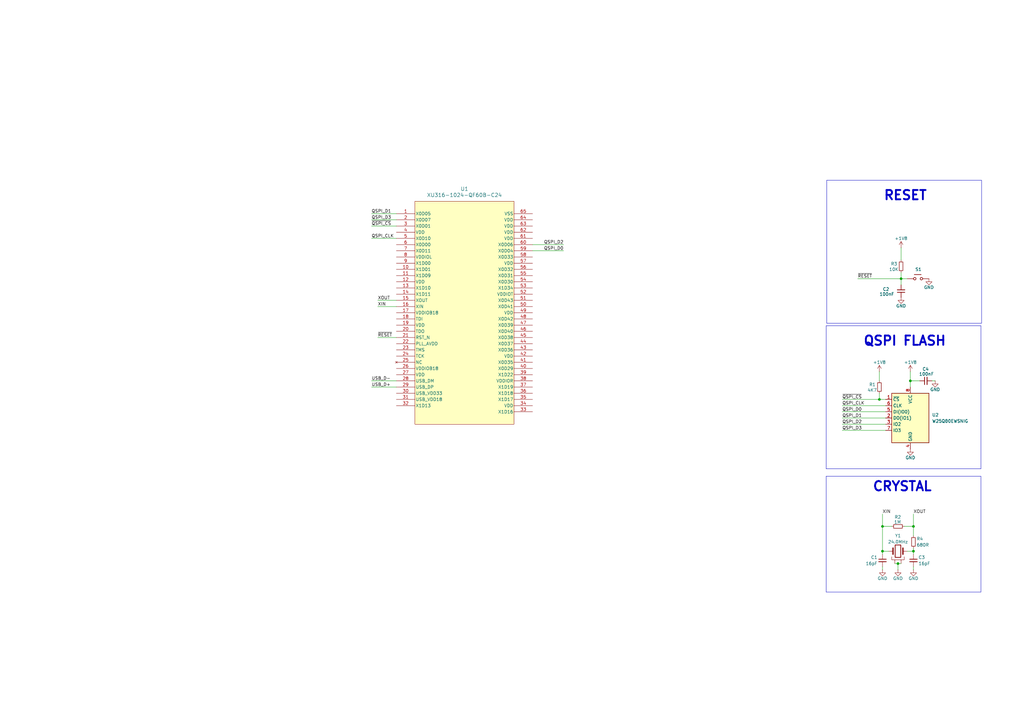
<source format=kicad_sch>
(kicad_sch (version 20231120) (generator "eeschema") (generator_version "8.0")
  (paper "A3")
  (lib_symbols
    (symbol "Device:C_Small" (pin_numbers hide) (pin_names (offset 0.254) hide)
      (property "Reference" "C" (at 0.254 1.778 0))
      (property "Value" "C_Small" (at 0.254 -2.032 0))
      (symbol "C_Small_0_1"
        (polyline (pts (xy -1.524 -0.508) (xy 1.524 -0.508)) (stroke (width 0.3302)))
        (polyline (pts (xy -1.524 0.508) (xy 1.524 0.508)) (stroke (width 0.3048)))
      )
      (symbol "C_Small_1_1"
        (pin passive line (at 0 2.54 270) (length 2.032) (name "~") (number "1"))
        (pin passive line (at 0 -2.54 90) (length 2.032) (name "~") (number "2"))
      )
    )
    (symbol "Device:Crystal_GND23" (pin_numbers hide) (pin_names (offset 1.016) hide)
      (property "Reference" "Y1" (at 7.366 5.588 0))
      (property "Value" "24.0MHz" (at 7.366 3.048 0))
      (symbol "Crystal_GND23_0_1"
        (rectangle (start -1.143 2.54) (end 1.143 -2.54) (stroke (width 0.3048)))
        (polyline (pts (xy -2.54 0) (xy -2.032 0)))
        (polyline (pts (xy -2.032 -1.27) (xy -2.032 1.27)) (stroke (width 0.508)))
        (polyline (pts (xy -1.268 -3.8575) (xy -1.268 -3.6035)))
        (polyline (pts (xy 1.268 -3.8423) (xy 1.268 -3.5883)))
        (polyline (pts (xy 2.032 -1.27) (xy 2.032 1.27)) (stroke (width 0.508)))
        (polyline (pts (xy 2.032 0) (xy 2.54 0)))
        (polyline (pts (xy -2.54 -2.286) (xy -2.54 -3.556) (xy 2.54 -3.556) (xy 2.54 -2.286)))
      )
      (symbol "Crystal_GND23_1_1"
        (pin passive line (at -3.81 0 0) (length 1.27) (name "1") (number "1"))
        (pin passive line (at -1.27 -5.08 90) (length 1.27) (name "2") (number "2"))
        (pin passive line (at 1.27 -5.08 90) (length 1.27) (name "3") (number "3"))
        (pin passive line (at 3.81 0 180) (length 1.27) (name "4") (number "4"))
      )
    )
    (symbol "Device:R_Small" (pin_numbers hide) (pin_names (offset 0.254) hide)
      (property "Reference" "R" (at 0.762 0.508 0))
      (property "Value" "R_Small" (at 0.762 -1.016 0))
      (symbol "R_Small_0_1"
        (rectangle (start -0.762 1.778) (end 0.762 -1.778) (stroke (width 0.2032)))
      )
      (symbol "R_Small_1_1"
        (pin passive line (at 0 2.54 270) (length 0.762) (name "~") (number "1"))
        (pin passive line (at 0 -2.54 90) (length 0.762) (name "~") (number "2"))
      )
    )
    (symbol "Memory_Flash:W25Q16JVSS"
      (property "Reference" "U" (at -6.35 11.43 0))
      (property "Value" "W25Q16JVSS" (at 7.62 11.43 0))
      (symbol "W25Q16JVSS_0_1"
        (rectangle (start -7.62 10.16) (end 7.62 -10.16) (stroke (width 0.254)) (fill (type background)))
      )
      (symbol "W25Q16JVSS_1_1"
        (pin input line (at -10.16 7.62 0) (length 2.54) (name "~{CS}") (number "1"))
        (pin bidirectional line (at -10.16 0 0) (length 2.54) (name "DO(IO1)") (number "2"))
        (pin bidirectional line (at -10.16 -2.54 0) (length 2.54) (name "IO2") (number "3"))
        (pin power_in line (at 0 -12.7 90) (length 2.54) (name "GND") (number "4"))
        (pin bidirectional line (at -10.16 2.54 0) (length 2.54) (name "DI(IO0)") (number "5"))
        (pin input line (at -10.16 5.08 0) (length 2.54) (name "CLK") (number "6"))
        (pin bidirectional line (at -10.16 -5.08 0) (length 2.54) (name "IO3") (number "7"))
        (pin power_in line (at 0 12.7 270) (length 2.54) (name "VCC") (number "8"))
      )
    )
    (symbol "ichos:430481031816" (pin_numbers hide) (pin_names (offset 1.016))
      (property "Reference" "S" (at -0.762 2.54 0))
      (symbol "430481031816_0_0"
        (circle (center -2.005 0) (radius 0.508) (stroke (width 0.254)))
        (polyline (pts (xy -2.2007 1.6772) (xy 0.6229 1.6787)) (stroke (width 0.254)))
        (circle (center 0.7309 -0.0045) (radius 0.508) (stroke (width 0.254)))
        (pin passive line (at -5.08 0 0) (length 2.54) (name "~") (number "1"))
        (pin passive line (at 3.81 0 180) (length 2.54) (name "~") (number "3"))
      )
      (symbol "430481031816_1_0"
        (pin passive line (at -5.08 0 0) (length 2.54) hide (name "~") (number "2"))
        (pin passive line (at 3.81 0 180) (length 2.54) hide (name "~") (number "4"))
      )
    )
    (symbol "ichos:XU316-1024-QF60B-C24" (pin_names (offset 0.254))
      (property "Reference" "U" (at 27.94 10.16 0))
      (property "Value" "XU316-1024-QF60B-C24" (at 27.94 7.62 0))
      (symbol "XU316-1024-QF60B-C24_0_1"
        (pin bidirectional line (at 0 0 0) (length 7.62) (name "X0D05") (number "1"))
        (pin bidirectional line (at 0 -22.86 0) (length 7.62) (name "X1D01") (number "10"))
        (pin bidirectional line (at 0 -25.4 0) (length 7.62) (name "X1D09") (number "11"))
        (pin power_in line (at 0 -27.94 0) (length 7.62) (name "VDD") (number "12"))
        (pin bidirectional line (at 0 -30.48 0) (length 7.62) (name "X1D10") (number "13"))
        (pin bidirectional line (at 0 -33.02 0) (length 7.62) (name "X1D11") (number "14"))
        (pin output line (at 0 -35.56 0) (length 7.62) (name "XOUT") (number "15"))
        (pin unspecified line (at 0 -38.1 0) (length 7.62) (name "XIN") (number "16"))
        (pin power_in line (at 0 -40.64 0) (length 7.62) (name "VDDIOB18") (number "17"))
        (pin unspecified line (at 0 -43.18 0) (length 7.62) (name "TDI") (number "18"))
        (pin power_in line (at 0 -45.72 0) (length 7.62) (name "VDD") (number "19"))
        (pin bidirectional line (at 0 -2.54 0) (length 7.62) (name "X0D07") (number "2"))
        (pin unspecified line (at 0 -48.26 0) (length 7.62) (name "TDO") (number "20"))
        (pin unspecified line (at 0 -50.8 0) (length 7.62) (name "RST_N") (number "21"))
        (pin power_in line (at 0 -53.34 0) (length 7.62) (name "PLL_AVDD") (number "22"))
        (pin unspecified line (at 0 -55.88 0) (length 7.62) (name "TMS") (number "23"))
        (pin unspecified line (at 0 -58.42 0) (length 7.62) (name "TCK") (number "24"))
        (pin no_connect line (at 0 -60.96 0) (length 7.62) (name "NC") (number "25"))
        (pin power_in line (at 0 -63.5 0) (length 7.62) (name "VDDIOB18") (number "26"))
        (pin power_in line (at 0 -66.04 0) (length 7.62) (name "VDD") (number "27"))
        (pin unspecified line (at 0 -68.58 0) (length 7.62) (name "USB_DM") (number "28"))
        (pin unspecified line (at 0 -71.12 0) (length 7.62) (name "USB_DP") (number "29"))
        (pin bidirectional line (at 0 -5.08 0) (length 7.62) (name "X0D01") (number "3"))
        (pin power_in line (at 0 -73.66 0) (length 7.62) (name "USB_VDD33") (number "30"))
        (pin power_in line (at 0 -76.2 0) (length 7.62) (name "USB_VDD18") (number "31"))
        (pin bidirectional line (at 0 -78.74 0) (length 7.62) (name "X1D13") (number "32"))
        (pin bidirectional line (at 55.88 -81.28 180) (length 7.62) (name "X1D16") (number "33"))
        (pin power_in line (at 55.88 -78.74 180) (length 7.62) (name "VDD") (number "34"))
        (pin bidirectional line (at 55.88 -76.2 180) (length 7.62) (name "X1D17") (number "35"))
        (pin bidirectional line (at 55.88 -73.66 180) (length 7.62) (name "X1D18") (number "36"))
        (pin bidirectional line (at 55.88 -71.12 180) (length 7.62) (name "X1D19") (number "37"))
        (pin power_in line (at 55.88 -68.58 180) (length 7.62) (name "VDDIOR") (number "38"))
        (pin bidirectional line (at 55.88 -66.04 180) (length 7.62) (name "X1D22") (number "39"))
        (pin power_in line (at 0 -7.62 0) (length 7.62) (name "VDD") (number "4"))
        (pin bidirectional line (at 55.88 -63.5 180) (length 7.62) (name "X0D29") (number "40"))
        (pin bidirectional line (at 55.88 -60.96 180) (length 7.62) (name "X0D35") (number "41"))
        (pin power_in line (at 55.88 -58.42 180) (length 7.62) (name "VDD") (number "42"))
        (pin bidirectional line (at 55.88 -55.88 180) (length 7.62) (name "X0D36") (number "43"))
        (pin bidirectional line (at 55.88 -53.34 180) (length 7.62) (name "X0D37") (number "44"))
        (pin bidirectional line (at 55.88 -50.8 180) (length 7.62) (name "X0D38") (number "45"))
        (pin bidirectional line (at 55.88 -48.26 180) (length 7.62) (name "X0D40") (number "46"))
        (pin bidirectional line (at 55.88 -45.72 180) (length 7.62) (name "X0D39") (number "47"))
        (pin bidirectional line (at 55.88 -43.18 180) (length 7.62) (name "X0D42") (number "48"))
        (pin power_in line (at 55.88 -40.64 180) (length 7.62) (name "VDD") (number "49"))
        (pin bidirectional line (at 0 -10.16 0) (length 7.62) (name "X0D10") (number "5"))
        (pin bidirectional line (at 55.88 -38.1 180) (length 7.62) (name "X0D41") (number "50"))
        (pin bidirectional line (at 55.88 -35.56 180) (length 7.62) (name "X0D43") (number "51"))
        (pin power_in line (at 55.88 -33.02 180) (length 7.62) (name "VDDIOT") (number "52"))
        (pin bidirectional line (at 55.88 -30.48 180) (length 7.62) (name "X1D34") (number "53"))
        (pin bidirectional line (at 55.88 -27.94 180) (length 7.62) (name "X0D30") (number "54"))
        (pin bidirectional line (at 55.88 -25.4 180) (length 7.62) (name "X0D31") (number "55"))
        (pin bidirectional line (at 55.88 -22.86 180) (length 7.62) (name "X0D32") (number "56"))
        (pin power_in line (at 55.88 -20.32 180) (length 7.62) (name "VDD") (number "57"))
        (pin bidirectional line (at 55.88 -17.78 180) (length 7.62) (name "X0D33") (number "58"))
        (pin bidirectional line (at 55.88 -15.24 180) (length 7.62) (name "X0D04") (number "59"))
        (pin bidirectional line (at 0 -12.7 0) (length 7.62) (name "X0D00") (number "6"))
        (pin bidirectional line (at 55.88 -12.7 180) (length 7.62) (name "X0D06") (number "60"))
        (pin power_in line (at 55.88 -10.16 180) (length 7.62) (name "VDD") (number "61"))
        (pin power_in line (at 55.88 -7.62 180) (length 7.62) (name "VDD") (number "62"))
        (pin power_in line (at 55.88 -5.08 180) (length 7.62) (name "VDD") (number "63"))
        (pin power_in line (at 55.88 -2.54 180) (length 7.62) (name "VDD") (number "64"))
        (pin power_out line (at 55.88 0 180) (length 7.62) (name "VSS") (number "65"))
        (pin bidirectional line (at 0 -15.24 0) (length 7.62) (name "X0D11") (number "7"))
        (pin power_in line (at 0 -17.78 0) (length 7.62) (name "VDDIOL") (number "8"))
        (pin bidirectional line (at 0 -20.32 0) (length 7.62) (name "X1D00") (number "9"))
      )
      (symbol "XU316-1024-QF60B-C24_1_1"
        (rectangle (start 7.62 5.08) (end 48.26 -86.36) (fill (type background)))
      )
    )
    (symbol "power:+1V8" (power) (pin_numbers hide) (pin_names (offset 0) hide)
      (property "Value" "+1V8" (at 0 3.556 0))
      (symbol "+1V8_0_1"
        (polyline (pts (xy -0.762 1.27) (xy 0 2.54)))
        (polyline (pts (xy 0 0) (xy 0 2.54)))
        (polyline (pts (xy 0 2.54) (xy 0.762 1.27)))
      )
      (symbol "+1V8_1_1"
        (pin power_in line (at 0 0 90) (length 0) (name "~") (number "1"))
      )
    )
    (symbol "power:GND" (power) (pin_numbers hide) (pin_names (offset 0) hide)
      (property "Value" "GND" (at 0 -3.81 0))
      (symbol "GND_0_1"
        (polyline (pts (xy 0 0) (xy 0 -1.27) (xy 1.27 -1.27) (xy 0 -2.54) (xy -1.27 -1.27) (xy 0 -1.27)))
      )
      (symbol "GND_1_1"
        (pin power_in line (at 0 0 270) (length 0) (name "~") (number "1"))
      )
    )
  )
  (junction (at 361.95 215.9))
  (junction (at 374.65 215.9))
  (junction (at 361.95 226.06))
  (junction (at 374.65 226.06))
  (junction (at 369.57 114.3))
  (junction (at 368.3 231.14))
  (junction (at 373.38 156.21))
  (junction (at 360.68 163.83))
  (wire (pts (xy 154.94 138.43) (xy 162.56 138.43)))
  (wire (pts (xy 369.57 114.3) (xy 372.11 114.3)))
  (wire (pts (xy 369.57 114.3) (xy 369.57 116.84)))
  (wire (pts (xy 374.65 224.79) (xy 374.65 226.06)))
  (wire (pts (xy 360.68 163.83) (xy 363.22 163.83)))
  (wire (pts (xy 372.11 226.06) (xy 374.65 226.06)))
  (wire (pts (xy 360.68 161.29) (xy 360.68 163.83)))
  (wire (pts (xy 152.4 156.21) (xy 162.56 156.21)))
  (wire (pts (xy 218.44 100.33) (xy 231.14 100.33)))
  (wire (pts (xy 369.57 114.3) (xy 369.57 111.76)))
  (wire (pts (xy 345.44 176.53) (xy 363.22 176.53)))
  (wire (pts (xy 361.95 232.41) (xy 361.95 233.68)))
  (wire (pts (xy 367.03 231.14) (xy 368.3 231.14)))
  (wire (pts (xy 369.57 101.6) (xy 369.57 106.68)))
  (wire (pts (xy 370.84 215.9) (xy 374.65 215.9)))
  (wire (pts (xy 152.4 158.75) (xy 162.56 158.75)))
  (wire (pts (xy 345.44 168.91) (xy 363.22 168.91)))
  (wire (pts (xy 345.44 173.99) (xy 363.22 173.99)))
  (wire (pts (xy 374.65 227.33) (xy 374.65 226.06)))
  (wire (pts (xy 374.65 215.9) (xy 374.65 219.71)))
  (wire (pts (xy 345.44 171.45) (xy 363.22 171.45)))
  (wire (pts (xy 373.38 152.4) (xy 373.38 156.21)))
  (wire (pts (xy 373.38 156.21) (xy 377.19 156.21)))
  (wire (pts (xy 345.44 163.83) (xy 360.68 163.83)))
  (wire (pts (xy 368.3 231.14) (xy 368.3 233.68)))
  (wire (pts (xy 361.95 210.82) (xy 361.95 215.9)))
  (wire (pts (xy 360.68 152.4) (xy 360.68 156.21)))
  (wire (pts (xy 361.95 215.9) (xy 361.95 226.06)))
  (wire (pts (xy 152.4 90.17) (xy 162.56 90.17)))
  (wire (pts (xy 345.44 166.37) (xy 363.22 166.37)))
  (wire (pts (xy 374.65 210.82) (xy 374.65 215.9)))
  (wire (pts (xy 351.79 114.3) (xy 369.57 114.3)))
  (wire (pts (xy 152.4 92.71) (xy 162.56 92.71)))
  (wire (pts (xy 361.95 226.06) (xy 364.49 226.06)))
  (wire (pts (xy 154.94 125.73) (xy 162.56 125.73)))
  (wire (pts (xy 154.94 123.19) (xy 162.56 123.19)))
  (wire (pts (xy 368.3 231.14) (xy 369.57 231.14)))
  (wire (pts (xy 383.54 156.21) (xy 382.27 156.21)))
  (wire (pts (xy 361.95 226.06) (xy 361.95 227.33)))
  (wire (pts (xy 152.4 87.63) (xy 162.56 87.63)))
  (wire (pts (xy 373.38 156.21) (xy 373.38 158.75)))
  (wire (pts (xy 152.4 97.79) (xy 162.56 97.79)))
  (wire (pts (xy 218.44 102.87) (xy 231.14 102.87)))
  (wire (pts (xy 374.65 233.68) (xy 374.65 232.41)))
  (wire (pts (xy 361.95 215.9) (xy 365.76 215.9)))
  (rectangle (start 338.836 133.604) (end 402.336 192.278))
  (rectangle (start 339.09 73.914) (end 402.59 132.588))
  (rectangle (start 338.836 195.326) (end 402.336 242.824))
  (text "QSPI FLASH" (at 371.094 139.954 0) (effects (font (size 3.81 3.81) (thickness 0.762) (bold yes))))
  (text "RESET" (at 371.348 80.264 0) (effects (font (size 3.81 3.81) (thickness 0.762) (bold yes))))
  (text "CRYSTAL" (at 370.078 199.644 0) (effects (font (size 3.81 3.81) (thickness 0.762) (bold yes))))
  (label "QSPI_D1" (at 152.4 87.63 0))
  (label "USB_D-" (at 152.4 156.21 0))
  (label "XIN" (at 154.94 125.73 0))
  (label "XOUT" (at 154.94 123.19 0))
  (label "~{RESET}" (at 154.94 138.43 0))
  (label "USB_D+" (at 152.4 158.75 0))
  (label "QSPI_D2" (at 231.14 100.33 180))
  (label "~{QSPI_CS}" (at 152.4 92.71 0))
  (label "QSPI_D2" (at 345.44 173.99 0))
  (label "~{RESET}" (at 351.79 114.3 0))
  (label "QSPI_D0" (at 345.44 168.91 0))
  (label "XIN" (at 361.95 210.82 0))
  (label "QSPI_CLK" (at 345.44 166.37 0))
  (label "~{QSPI_CS}" (at 345.44 163.83 0))
  (label "XOUT" (at 374.65 210.82 0))
  (label "QSPI_CLK" (at 152.4 97.79 0))
  (label "QSPI_D3" (at 345.44 176.53 0))
  (label "QSPI_D3" (at 152.4 90.17 0))
  (label "QSPI_D0" (at 231.14 102.87 180))
  (label "QSPI_D1" (at 345.44 171.45 0))
  (symbol (lib_id "power:+1V8") (at 360.68 152.4 0) (unit 1)
    (property "Reference" "#PWR01" (effects (hide yes)))
    (property "Value" "+1V8" (at 360.68 148.59 0))
    (property "Description" "Power symbol creates a global label with name \"+1V8\"" (effects (hide yes)))
  )
  (symbol (lib_id "Device:R_Small") (at 369.57 109.22 180) (unit 1)
    (property "Reference" "R3" (at 368.046 108.204 0) (effects (justify left)))
    (property "Value" "10K" (at 368.554 110.49 0) (effects (justify left)))
    (property "Footprint" "Resistor_SMD:R_0402_1005Metric" (effects (hide yes)))
    (property "Description" "Resistor, small symbol" (effects (hide yes)))
    (property "Rating" "1%" (effects (hide yes)))
    (property "Vendor" "https://eu.mouser.com/ProductDetail/Vishay-Dale/CRCW040210K0FKEDC?qs=sGAEpiMZZMvdGkrng054t8r8AhKhXLMmRzRvL6rLfpm%252B44%252BFlSmM9Q%3D%3D" (effects (hide yes)))
  )
  (symbol (lib_id "Device:R_Small") (at 374.65 222.25 0) (unit 1)
    (property "Reference" "R4" (at 375.92 220.98 0) (effects (justify left)))
    (property "Value" "680R" (at 375.92 223.52 0) (effects (justify left)))
    (property "Footprint" "Resistor_SMD:R_0402_1005Metric" (effects (hide yes)))
    (property "Description" "Resistor, small symbol" (effects (hide yes)))
    (property "Rating" "1%" (effects (hide yes)))
    (property "Vendor" "https://eu.mouser.com/ProductDetail/YAGEO/RC0402FR-07680RP?qs=sGAEpiMZZMvdGkrng054tz1y1XEHv7sN57ne8Cz%2FFNGqcMEEdyE%252Bfg%3D%3D" (effects (hide yes)))
  )
  (symbol (lib_id "Device:R_Small") (at 368.3 215.9 90) (unit 1)
    (property "Reference" "R2" (at 369.57 212.09 90) (effects (justify left)))
    (property "Value" "1M" (at 369.57 214.122 90) (effects (justify left)))
    (property "Footprint" "Resistor_SMD:R_0402_1005Metric" (effects (hide yes)))
    (property "Description" "Resistor, small symbol" (effects (hide yes)))
    (property "Rating" "1%" (effects (hide yes)))
    (property "Vendor" "https://eu.mouser.com/ProductDetail/YAGEO/AC0402FR-131ML?qs=sGAEpiMZZMvdGkrng054tz1y1XEHv7sNNicMlUoaStXu7YCZI2z9hA%3D%3D" (effects (hide yes)))
  )
  (symbol (lib_id "ichos:XU316-1024-QF60B-C24") (at 162.56 87.63 0) (unit 1)
    (property "Reference" "U1" (at 190.5 77.47 0) (effects (font (size 1.524 1.524))))
    (property "Value" "XU316-1024-QF60B-C24" (at 190.5 80.01 0) (effects (font (size 1.524 1.524))))
    (property "Footprint" "ichos:XU316-1024-QF60B-C32" (effects (hide yes)))
    (property "Datasheet" "https://www.xmos.com/file/xu316-1024-qf60b-xcore_ai-datasheet?version=latest" (effects (hide yes)))
    (property "Description" "IC MCU" (effects (hide yes)))
    (property "Vendor" "https://www.digikey.nl/nl/products/detail/xmos/XU316-1024-QF60B-C24/16839845" (effects (hide yes)))
  )
  (symbol (lib_id "Device:R_Small") (at 360.68 158.75 180) (unit 1)
    (property "Reference" "R1" (at 359.156 157.734 0) (effects (justify left)))
    (property "Value" "4K7" (at 359.664 160.02 0) (effects (justify left)))
    (property "Footprint" "Resistor_SMD:R_0402_1005Metric" (effects (hide yes)))
    (property "Description" "Resistor, small symbol" (effects (hide yes)))
    (property "Rating" "1%" (effects (hide yes)))
    (property "Vendor" "https://eu.mouser.com/ProductDetail/Vishay-Dale/CRCW04024K70FKEDC?qs=sGAEpiMZZMvdGkrng054t8r8AhKhXLMmn1PGLys91tTNfWy%2FdbRFkg%3D%3D" (effects (hide yes)))
  )
  (symbol (lib_id "power:GND") (at 373.38 184.15 0) (unit 1)
    (property "Reference" "#PWR07" (effects (hide yes)))
    (property "Value" "GND" (at 373.38 187.706 0))
    (property "Description" "Power symbol creates a global label with name \"GND\" , ground" (effects (hide yes)))
  )
  (symbol (lib_id "Device:C_Small") (at 379.73 156.21 90) (unit 1)
    (property "Reference" "C4" (at 381 151.384 90) (effects (justify left)))
    (property "Value" "100nF" (at 383.032 153.416 90) (effects (justify left)))
    (property "Footprint" "Capacitor_SMD:C_0402_1005Metric" (effects (hide yes)))
    (property "Description" "Unpolarized capacitor, small symbol" (effects (hide yes)))
    (property "Rating" "50VDC 10% X7R" (effects (hide yes)))
    (property "Vendor" "https://eu.mouser.com/ProductDetail/KYOCERA-AVX/KAM15AR71H104KT?qs=Jm2GQyTW%2Fbh2%2FGRPGE98wA%3D%3D" (effects (hide yes)))
  )
  (symbol (lib_id "Device:Crystal_GND23") (at 368.3 226.06 0) (unit 1)
    (property "Reference" "Y1" (at 368.3 219.71 0))
    (property "Value" "24.0MHz" (at 368.3 222.25 0))
    (property "Footprint" "ichos:830108340709" (effects (hide yes)))
    (property "Datasheet" "https://www.we-online.com/components/products/datasheet/830108340709.pdf" (effects (hide yes)))
    (property "Description" "Four pin crystal, GND on pins 2 and 3" (effects (hide yes)))
    (property "Vendor" "WE: 830108340709" (effects (hide yes)))
  )
  (symbol (lib_id "power:GND") (at 368.3 233.68 0) (unit 1)
    (property "Reference" "#PWR03" (effects (hide yes)))
    (property "Value" "GND" (at 368.3 237.236 0))
    (property "Description" "Power symbol creates a global label with name \"GND\" , ground" (effects (hide yes)))
  )
  (symbol (lib_id "Device:C_Small") (at 374.65 229.87 0) (unit 1)
    (property "Reference" "C3" (at 376.682 228.6 0) (effects (justify left)))
    (property "Value" "16pF" (at 376.682 231.14 0) (effects (justify left)))
    (property "Footprint" "Capacitor_SMD:C_0402_1005Metric" (effects (hide yes)))
    (property "Description" "Unpolarized capacitor, small symbol" (effects (hide yes)))
    (property "Rating" "50VDC 1% C0G" (effects (hide yes)))
    (property "Vendor" "https://eu.mouser.com/ProductDetail/Murata-Electronics/GCM1555C1H160FA16D?qs=QzBtWTOodeXJ5Sja6%2FjLUg%3D%3D" (effects (hide yes)))
  )
  (symbol (lib_id "Device:C_Small") (at 361.95 229.87 0) (mirror y) (unit 1)
    (property "Reference" "C1" (at 359.918 228.6 0) (effects (justify left)))
    (property "Value" "16pF" (at 359.918 231.14 0) (effects (justify left)))
    (property "Footprint" "Capacitor_SMD:C_0402_1005Metric" (effects (hide yes)))
    (property "Description" "Unpolarized capacitor, small symbol" (effects (hide yes)))
    (property "Rating" "50VDC 1% C0G" (effects (hide yes)))
    (property "Vendor" "https://eu.mouser.com/ProductDetail/Murata-Electronics/GCM1555C1H160FA16D?qs=QzBtWTOodeXJ5Sja6%2FjLUg%3D%3D" (effects (hide yes)))
  )
  (symbol (lib_id "Memory_Flash:W25Q16JVSS") (at 373.38 171.45 0) (unit 1)
    (property "Reference" "U2" (at 382.27 170.1799 0) (effects (justify left)))
    (property "Value" "W25Q80EWSNIG" (at 382.27 172.7199 0) (effects (justify left)))
    (property "Footprint" "Package_SO:SOIC-8_5.23x5.23mm_P1.27mm" (effects (hide yes)))
    (property "Datasheet" "https://eu.mouser.com/datasheet/2/949/w25q80ew_revj_07182018_sfdp-1489860.pdf" (effects (hide yes)))
    (property "Description" "1.8V 8M-BIT FLASH" (effects (hide yes)))
    (property "Vendor" "https://eu.mouser.com/ProductDetail/Winbond/W25Q80EWSNIG?qs=qSfuJ%252Bfl%2Fd7MwUi0Yy8cgw%3D%3D" (effects (hide yes)))
  )
  (symbol (lib_id "power:GND") (at 374.65 233.68 0) (unit 1)
    (property "Reference" "#PWR08" (effects (hide yes)))
    (property "Value" "GND" (at 374.65 237.236 0))
    (property "Description" "Power symbol creates a global label with name \"GND\" , ground" (effects (hide yes)))
  )
  (symbol (lib_id "Device:C_Small") (at 369.57 119.38 180) (unit 1)
    (property "Reference" "C2" (at 364.744 118.618 0) (effects (justify left)))
    (property "Value" "100nF" (at 366.776 120.65 0) (effects (justify left)))
    (property "Footprint" "Capacitor_SMD:C_0402_1005Metric" (effects (hide yes)))
    (property "Description" "Unpolarized capacitor, small symbol" (effects (hide yes)))
    (property "Rating" "50VDC 10% X7R" (effects (hide yes)))
    (property "Vendor" "https://eu.mouser.com/ProductDetail/KYOCERA-AVX/KAM15AR71H104KT?qs=Jm2GQyTW%2Fbh2%2FGRPGE98wA%3D%3D" (effects (hide yes)))
  )
  (symbol (lib_id "power:GND") (at 381 114.3 0) (unit 1)
    (property "Reference" "#PWR09" (effects (hide yes)))
    (property "Value" "GND" (at 381 117.856 0))
    (property "Description" "Power symbol creates a global label with name \"GND\" , ground" (effects (hide yes)))
  )
  (symbol (lib_id "power:+1V8") (at 369.57 101.6 0) (unit 1)
    (property "Reference" "#PWR04" (effects (hide yes)))
    (property "Value" "+1V8" (at 369.57 97.79 0))
    (property "Description" "Power symbol creates a global label with name \"+1V8\"" (effects (hide yes)))
  )
  (symbol (lib_id "power:GND") (at 361.95 233.68 0) (unit 1)
    (property "Reference" "#PWR02" (effects (hide yes)))
    (property "Value" "GND" (at 361.95 237.236 0))
    (property "Description" "Power symbol creates a global label with name \"GND\" , ground" (effects (hide yes)))
  )
  (symbol (lib_id "power:GND") (at 383.54 156.21 0) (unit 1)
    (property "Reference" "#PWR010" (effects (hide yes)))
    (property "Value" "GND" (at 383.54 159.766 0))
    (property "Description" "Power symbol creates a global label with name \"GND\" , ground" (effects (hide yes)))
  )
  (symbol (lib_id "power:+1V8") (at 373.38 152.4 0) (unit 1)
    (property "Reference" "#PWR06" (effects (hide yes)))
    (property "Value" "+1V8" (at 373.38 148.59 0))
    (property "Description" "Power symbol creates a global label with name \"+1V8\"" (effects (hide yes)))
  )
  (symbol (lib_id "ichos:430481031816") (at 377.19 114.3 0) (unit 1)
    (property "Reference" "S1" (at 376.682 110.49 0))
    (property "Value" "430481031816" (effects (hide yes)))
    (property "Footprint" "ichos:430481031816" (effects (hide yes)))
    (property "Datasheet" "https://www.we-online.com/components/products/datasheet/430481031816.pdf" (effects (hide yes)))
    (property "Description" "Tactile Switch" (effects (hide yes)))
    (property "Vendor" "WE: 430481031816" (effects (hide yes)))
  )
  (symbol (lib_id "power:GND") (at 369.57 121.92 0) (unit 1)
    (property "Reference" "#PWR05" (effects (hide yes)))
    (property "Value" "GND" (at 369.57 125.476 0))
    (property "Description" "Power symbol creates a global label with name \"GND\" , ground" (effects (hide yes)))
  )
)
</source>
